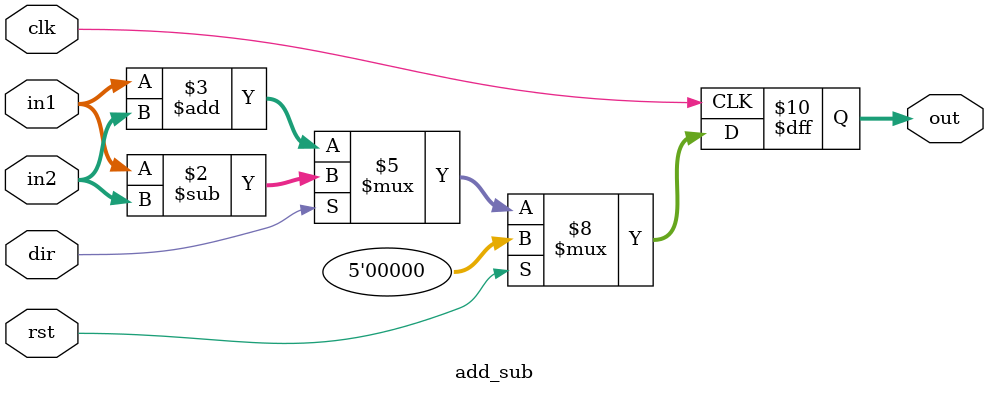
<source format=v>
module add_sub(clk,rst,in1,in2,out,dir);
input clk,rst,dir;
input [3:0] in1,in2;
output reg [4:0] out;
always@(posedge clk)
begin
if(rst)
out <=5'b0;
else if(dir)
out <= in1 - in2;
else
out <= in1 + in2;
end
endmodule
</source>
